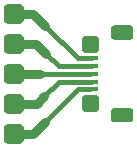
<source format=gbr>
G04 #@! TF.GenerationSoftware,KiCad,Pcbnew,5.0.1*
G04 #@! TF.CreationDate,2018-12-16T15:03:13+01:00*
G04 #@! TF.ProjectId,micro-usb-breakout,6D6963726F2D7573622D627265616B6F,rev?*
G04 #@! TF.SameCoordinates,Original*
G04 #@! TF.FileFunction,Copper,L1,Top,Signal*
G04 #@! TF.FilePolarity,Positive*
%FSLAX46Y46*%
G04 Gerber Fmt 4.6, Leading zero omitted, Abs format (unit mm)*
G04 Created by KiCad (PCBNEW 5.0.1) date Sun 16 Dec 2018 03:03:13 PM CET*
%MOMM*%
%LPD*%
G01*
G04 APERTURE LIST*
G04 #@! TA.AperFunction,Conductor*
%ADD10C,0.100000*%
G04 #@! TD*
G04 #@! TA.AperFunction,ComponentPad*
%ADD11C,1.450000*%
G04 #@! TD*
G04 #@! TA.AperFunction,SMDPad,CuDef*
%ADD12R,1.350000X0.400000*%
G04 #@! TD*
G04 #@! TA.AperFunction,ComponentPad*
%ADD13C,1.200000*%
G04 #@! TD*
G04 #@! TA.AperFunction,ComponentPad*
%ADD14C,1.700000*%
G04 #@! TD*
G04 #@! TA.AperFunction,Conductor*
%ADD15C,0.406400*%
G04 #@! TD*
G04 #@! TA.AperFunction,Conductor*
%ADD16C,0.762000*%
G04 #@! TD*
G04 APERTURE END LIST*
D10*
G04 #@! TO.N,*
G04 #@! TO.C,J1*
G36*
X135524031Y-81088246D02*
X135559220Y-81093465D01*
X135593728Y-81102109D01*
X135627223Y-81114094D01*
X135659381Y-81129304D01*
X135689894Y-81147592D01*
X135718468Y-81168784D01*
X135744826Y-81192674D01*
X135768716Y-81219032D01*
X135789908Y-81247606D01*
X135808196Y-81278119D01*
X135823406Y-81310277D01*
X135835391Y-81343772D01*
X135844035Y-81378280D01*
X135849254Y-81413469D01*
X135851000Y-81449000D01*
X135851000Y-82174000D01*
X135849254Y-82209531D01*
X135844035Y-82244720D01*
X135835391Y-82279228D01*
X135823406Y-82312723D01*
X135808196Y-82344881D01*
X135789908Y-82375394D01*
X135768716Y-82403968D01*
X135744826Y-82430326D01*
X135718468Y-82454216D01*
X135689894Y-82475408D01*
X135659381Y-82493696D01*
X135627223Y-82508906D01*
X135593728Y-82520891D01*
X135559220Y-82529535D01*
X135524031Y-82534754D01*
X135488500Y-82536500D01*
X134763500Y-82536500D01*
X134727969Y-82534754D01*
X134692780Y-82529535D01*
X134658272Y-82520891D01*
X134624777Y-82508906D01*
X134592619Y-82493696D01*
X134562106Y-82475408D01*
X134533532Y-82454216D01*
X134507174Y-82430326D01*
X134483284Y-82403968D01*
X134462092Y-82375394D01*
X134443804Y-82344881D01*
X134428594Y-82312723D01*
X134416609Y-82279228D01*
X134407965Y-82244720D01*
X134402746Y-82209531D01*
X134401000Y-82174000D01*
X134401000Y-81449000D01*
X134402746Y-81413469D01*
X134407965Y-81378280D01*
X134416609Y-81343772D01*
X134428594Y-81310277D01*
X134443804Y-81278119D01*
X134462092Y-81247606D01*
X134483284Y-81219032D01*
X134507174Y-81192674D01*
X134533532Y-81168784D01*
X134562106Y-81147592D01*
X134592619Y-81129304D01*
X134624777Y-81114094D01*
X134658272Y-81102109D01*
X134692780Y-81093465D01*
X134727969Y-81088246D01*
X134763500Y-81086500D01*
X135488500Y-81086500D01*
X135524031Y-81088246D01*
X135524031Y-81088246D01*
G37*
D11*
G04 #@! TD*
G04 #@! TO.P,J1,*
G04 #@! TO.N,*
X135126000Y-81811500D03*
D12*
G04 #@! TO.P,J1,2*
G04 #@! TO.N,Net-(J1-Pad2)*
X135126000Y-79961500D03*
G04 #@! TO.P,J1,1*
G04 #@! TO.N,Net-(J1-Pad1)*
X135126000Y-80611500D03*
G04 #@! TO.P,J1,5*
G04 #@! TO.N,Net-(J1-Pad5)*
X135126000Y-78011500D03*
G04 #@! TO.P,J1,4*
G04 #@! TO.N,Net-(J1-Pad4)*
X135126000Y-78661500D03*
G04 #@! TO.P,J1,3*
G04 #@! TO.N,Net-(J1-Pad3)*
X135126000Y-79311500D03*
D10*
G04 #@! TD*
G04 #@! TO.N,*
G04 #@! TO.C,J1*
G36*
X135524031Y-76088246D02*
X135559220Y-76093465D01*
X135593728Y-76102109D01*
X135627223Y-76114094D01*
X135659381Y-76129304D01*
X135689894Y-76147592D01*
X135718468Y-76168784D01*
X135744826Y-76192674D01*
X135768716Y-76219032D01*
X135789908Y-76247606D01*
X135808196Y-76278119D01*
X135823406Y-76310277D01*
X135835391Y-76343772D01*
X135844035Y-76378280D01*
X135849254Y-76413469D01*
X135851000Y-76449000D01*
X135851000Y-77174000D01*
X135849254Y-77209531D01*
X135844035Y-77244720D01*
X135835391Y-77279228D01*
X135823406Y-77312723D01*
X135808196Y-77344881D01*
X135789908Y-77375394D01*
X135768716Y-77403968D01*
X135744826Y-77430326D01*
X135718468Y-77454216D01*
X135689894Y-77475408D01*
X135659381Y-77493696D01*
X135627223Y-77508906D01*
X135593728Y-77520891D01*
X135559220Y-77529535D01*
X135524031Y-77534754D01*
X135488500Y-77536500D01*
X134763500Y-77536500D01*
X134727969Y-77534754D01*
X134692780Y-77529535D01*
X134658272Y-77520891D01*
X134624777Y-77508906D01*
X134592619Y-77493696D01*
X134562106Y-77475408D01*
X134533532Y-77454216D01*
X134507174Y-77430326D01*
X134483284Y-77403968D01*
X134462092Y-77375394D01*
X134443804Y-77344881D01*
X134428594Y-77312723D01*
X134416609Y-77279228D01*
X134407965Y-77244720D01*
X134402746Y-77209531D01*
X134401000Y-77174000D01*
X134401000Y-76449000D01*
X134402746Y-76413469D01*
X134407965Y-76378280D01*
X134416609Y-76343772D01*
X134428594Y-76310277D01*
X134443804Y-76278119D01*
X134462092Y-76247606D01*
X134483284Y-76219032D01*
X134507174Y-76192674D01*
X134533532Y-76168784D01*
X134562106Y-76147592D01*
X134592619Y-76129304D01*
X134624777Y-76114094D01*
X134658272Y-76102109D01*
X134692780Y-76093465D01*
X134727969Y-76088246D01*
X134763500Y-76086500D01*
X135488500Y-76086500D01*
X135524031Y-76088246D01*
X135524031Y-76088246D01*
G37*
D11*
G04 #@! TO.P,J1,*
G04 #@! TO.N,*
X135126000Y-76811500D03*
D10*
G04 #@! TD*
G04 #@! TO.N,*
G04 #@! TO.C,J1*
G36*
X138505405Y-82212945D02*
X138534527Y-82217264D01*
X138563085Y-82224418D01*
X138590805Y-82234336D01*
X138617419Y-82246924D01*
X138642671Y-82262059D01*
X138666318Y-82279597D01*
X138688132Y-82299368D01*
X138707903Y-82321182D01*
X138725441Y-82344829D01*
X138740576Y-82370081D01*
X138753164Y-82396695D01*
X138763082Y-82424415D01*
X138770236Y-82452973D01*
X138774555Y-82482095D01*
X138776000Y-82511500D01*
X138776000Y-83111500D01*
X138774555Y-83140905D01*
X138770236Y-83170027D01*
X138763082Y-83198585D01*
X138753164Y-83226305D01*
X138740576Y-83252919D01*
X138725441Y-83278171D01*
X138707903Y-83301818D01*
X138688132Y-83323632D01*
X138666318Y-83343403D01*
X138642671Y-83360941D01*
X138617419Y-83376076D01*
X138590805Y-83388664D01*
X138563085Y-83398582D01*
X138534527Y-83405736D01*
X138505405Y-83410055D01*
X138476000Y-83411500D01*
X137176000Y-83411500D01*
X137146595Y-83410055D01*
X137117473Y-83405736D01*
X137088915Y-83398582D01*
X137061195Y-83388664D01*
X137034581Y-83376076D01*
X137009329Y-83360941D01*
X136985682Y-83343403D01*
X136963868Y-83323632D01*
X136944097Y-83301818D01*
X136926559Y-83278171D01*
X136911424Y-83252919D01*
X136898836Y-83226305D01*
X136888918Y-83198585D01*
X136881764Y-83170027D01*
X136877445Y-83140905D01*
X136876000Y-83111500D01*
X136876000Y-82511500D01*
X136877445Y-82482095D01*
X136881764Y-82452973D01*
X136888918Y-82424415D01*
X136898836Y-82396695D01*
X136911424Y-82370081D01*
X136926559Y-82344829D01*
X136944097Y-82321182D01*
X136963868Y-82299368D01*
X136985682Y-82279597D01*
X137009329Y-82262059D01*
X137034581Y-82246924D01*
X137061195Y-82234336D01*
X137088915Y-82224418D01*
X137117473Y-82217264D01*
X137146595Y-82212945D01*
X137176000Y-82211500D01*
X138476000Y-82211500D01*
X138505405Y-82212945D01*
X138505405Y-82212945D01*
G37*
D13*
G04 #@! TO.P,J1,*
G04 #@! TO.N,*
X137826000Y-82811500D03*
D10*
G04 #@! TD*
G04 #@! TO.N,*
G04 #@! TO.C,J1*
G36*
X138505405Y-75212945D02*
X138534527Y-75217264D01*
X138563085Y-75224418D01*
X138590805Y-75234336D01*
X138617419Y-75246924D01*
X138642671Y-75262059D01*
X138666318Y-75279597D01*
X138688132Y-75299368D01*
X138707903Y-75321182D01*
X138725441Y-75344829D01*
X138740576Y-75370081D01*
X138753164Y-75396695D01*
X138763082Y-75424415D01*
X138770236Y-75452973D01*
X138774555Y-75482095D01*
X138776000Y-75511500D01*
X138776000Y-76111500D01*
X138774555Y-76140905D01*
X138770236Y-76170027D01*
X138763082Y-76198585D01*
X138753164Y-76226305D01*
X138740576Y-76252919D01*
X138725441Y-76278171D01*
X138707903Y-76301818D01*
X138688132Y-76323632D01*
X138666318Y-76343403D01*
X138642671Y-76360941D01*
X138617419Y-76376076D01*
X138590805Y-76388664D01*
X138563085Y-76398582D01*
X138534527Y-76405736D01*
X138505405Y-76410055D01*
X138476000Y-76411500D01*
X137176000Y-76411500D01*
X137146595Y-76410055D01*
X137117473Y-76405736D01*
X137088915Y-76398582D01*
X137061195Y-76388664D01*
X137034581Y-76376076D01*
X137009329Y-76360941D01*
X136985682Y-76343403D01*
X136963868Y-76323632D01*
X136944097Y-76301818D01*
X136926559Y-76278171D01*
X136911424Y-76252919D01*
X136898836Y-76226305D01*
X136888918Y-76198585D01*
X136881764Y-76170027D01*
X136877445Y-76140905D01*
X136876000Y-76111500D01*
X136876000Y-75511500D01*
X136877445Y-75482095D01*
X136881764Y-75452973D01*
X136888918Y-75424415D01*
X136898836Y-75396695D01*
X136911424Y-75370081D01*
X136926559Y-75344829D01*
X136944097Y-75321182D01*
X136963868Y-75299368D01*
X136985682Y-75279597D01*
X137009329Y-75262059D01*
X137034581Y-75246924D01*
X137061195Y-75234336D01*
X137088915Y-75224418D01*
X137117473Y-75217264D01*
X137146595Y-75212945D01*
X137176000Y-75211500D01*
X138476000Y-75211500D01*
X138505405Y-75212945D01*
X138505405Y-75212945D01*
G37*
D13*
G04 #@! TO.P,J1,*
G04 #@! TO.N,*
X137826000Y-75811500D03*
G04 #@! TD*
D10*
G04 #@! TO.N,Net-(J1-Pad1)*
G04 #@! TO.C,J2*
G36*
X129117657Y-83543546D02*
X129158913Y-83549666D01*
X129199371Y-83559800D01*
X129238640Y-83573851D01*
X129276344Y-83591683D01*
X129312117Y-83613125D01*
X129345617Y-83637971D01*
X129376520Y-83665980D01*
X129404529Y-83696883D01*
X129429375Y-83730383D01*
X129450817Y-83766156D01*
X129468649Y-83803860D01*
X129482700Y-83843129D01*
X129492834Y-83883587D01*
X129498954Y-83924843D01*
X129501000Y-83966500D01*
X129501000Y-84816500D01*
X129498954Y-84858157D01*
X129492834Y-84899413D01*
X129482700Y-84939871D01*
X129468649Y-84979140D01*
X129450817Y-85016844D01*
X129429375Y-85052617D01*
X129404529Y-85086117D01*
X129376520Y-85117020D01*
X129345617Y-85145029D01*
X129312117Y-85169875D01*
X129276344Y-85191317D01*
X129238640Y-85209149D01*
X129199371Y-85223200D01*
X129158913Y-85233334D01*
X129117657Y-85239454D01*
X129076000Y-85241500D01*
X128226000Y-85241500D01*
X128184343Y-85239454D01*
X128143087Y-85233334D01*
X128102629Y-85223200D01*
X128063360Y-85209149D01*
X128025656Y-85191317D01*
X127989883Y-85169875D01*
X127956383Y-85145029D01*
X127925480Y-85117020D01*
X127897471Y-85086117D01*
X127872625Y-85052617D01*
X127851183Y-85016844D01*
X127833351Y-84979140D01*
X127819300Y-84939871D01*
X127809166Y-84899413D01*
X127803046Y-84858157D01*
X127801000Y-84816500D01*
X127801000Y-83966500D01*
X127803046Y-83924843D01*
X127809166Y-83883587D01*
X127819300Y-83843129D01*
X127833351Y-83803860D01*
X127851183Y-83766156D01*
X127872625Y-83730383D01*
X127897471Y-83696883D01*
X127925480Y-83665980D01*
X127956383Y-83637971D01*
X127989883Y-83613125D01*
X128025656Y-83591683D01*
X128063360Y-83573851D01*
X128102629Y-83559800D01*
X128143087Y-83549666D01*
X128184343Y-83543546D01*
X128226000Y-83541500D01*
X129076000Y-83541500D01*
X129117657Y-83543546D01*
X129117657Y-83543546D01*
G37*
D14*
G04 #@! TD*
G04 #@! TO.P,J2,1*
G04 #@! TO.N,Net-(J1-Pad1)*
X128651000Y-84391500D03*
D10*
G04 #@! TO.N,Net-(J1-Pad2)*
G04 #@! TO.C,J2*
G36*
X129117657Y-81003546D02*
X129158913Y-81009666D01*
X129199371Y-81019800D01*
X129238640Y-81033851D01*
X129276344Y-81051683D01*
X129312117Y-81073125D01*
X129345617Y-81097971D01*
X129376520Y-81125980D01*
X129404529Y-81156883D01*
X129429375Y-81190383D01*
X129450817Y-81226156D01*
X129468649Y-81263860D01*
X129482700Y-81303129D01*
X129492834Y-81343587D01*
X129498954Y-81384843D01*
X129501000Y-81426500D01*
X129501000Y-82276500D01*
X129498954Y-82318157D01*
X129492834Y-82359413D01*
X129482700Y-82399871D01*
X129468649Y-82439140D01*
X129450817Y-82476844D01*
X129429375Y-82512617D01*
X129404529Y-82546117D01*
X129376520Y-82577020D01*
X129345617Y-82605029D01*
X129312117Y-82629875D01*
X129276344Y-82651317D01*
X129238640Y-82669149D01*
X129199371Y-82683200D01*
X129158913Y-82693334D01*
X129117657Y-82699454D01*
X129076000Y-82701500D01*
X128226000Y-82701500D01*
X128184343Y-82699454D01*
X128143087Y-82693334D01*
X128102629Y-82683200D01*
X128063360Y-82669149D01*
X128025656Y-82651317D01*
X127989883Y-82629875D01*
X127956383Y-82605029D01*
X127925480Y-82577020D01*
X127897471Y-82546117D01*
X127872625Y-82512617D01*
X127851183Y-82476844D01*
X127833351Y-82439140D01*
X127819300Y-82399871D01*
X127809166Y-82359413D01*
X127803046Y-82318157D01*
X127801000Y-82276500D01*
X127801000Y-81426500D01*
X127803046Y-81384843D01*
X127809166Y-81343587D01*
X127819300Y-81303129D01*
X127833351Y-81263860D01*
X127851183Y-81226156D01*
X127872625Y-81190383D01*
X127897471Y-81156883D01*
X127925480Y-81125980D01*
X127956383Y-81097971D01*
X127989883Y-81073125D01*
X128025656Y-81051683D01*
X128063360Y-81033851D01*
X128102629Y-81019800D01*
X128143087Y-81009666D01*
X128184343Y-81003546D01*
X128226000Y-81001500D01*
X129076000Y-81001500D01*
X129117657Y-81003546D01*
X129117657Y-81003546D01*
G37*
D14*
G04 #@! TD*
G04 #@! TO.P,J2,2*
G04 #@! TO.N,Net-(J1-Pad2)*
X128651000Y-81851500D03*
D10*
G04 #@! TO.N,Net-(J1-Pad3)*
G04 #@! TO.C,J2*
G36*
X129117657Y-78463546D02*
X129158913Y-78469666D01*
X129199371Y-78479800D01*
X129238640Y-78493851D01*
X129276344Y-78511683D01*
X129312117Y-78533125D01*
X129345617Y-78557971D01*
X129376520Y-78585980D01*
X129404529Y-78616883D01*
X129429375Y-78650383D01*
X129450817Y-78686156D01*
X129468649Y-78723860D01*
X129482700Y-78763129D01*
X129492834Y-78803587D01*
X129498954Y-78844843D01*
X129501000Y-78886500D01*
X129501000Y-79736500D01*
X129498954Y-79778157D01*
X129492834Y-79819413D01*
X129482700Y-79859871D01*
X129468649Y-79899140D01*
X129450817Y-79936844D01*
X129429375Y-79972617D01*
X129404529Y-80006117D01*
X129376520Y-80037020D01*
X129345617Y-80065029D01*
X129312117Y-80089875D01*
X129276344Y-80111317D01*
X129238640Y-80129149D01*
X129199371Y-80143200D01*
X129158913Y-80153334D01*
X129117657Y-80159454D01*
X129076000Y-80161500D01*
X128226000Y-80161500D01*
X128184343Y-80159454D01*
X128143087Y-80153334D01*
X128102629Y-80143200D01*
X128063360Y-80129149D01*
X128025656Y-80111317D01*
X127989883Y-80089875D01*
X127956383Y-80065029D01*
X127925480Y-80037020D01*
X127897471Y-80006117D01*
X127872625Y-79972617D01*
X127851183Y-79936844D01*
X127833351Y-79899140D01*
X127819300Y-79859871D01*
X127809166Y-79819413D01*
X127803046Y-79778157D01*
X127801000Y-79736500D01*
X127801000Y-78886500D01*
X127803046Y-78844843D01*
X127809166Y-78803587D01*
X127819300Y-78763129D01*
X127833351Y-78723860D01*
X127851183Y-78686156D01*
X127872625Y-78650383D01*
X127897471Y-78616883D01*
X127925480Y-78585980D01*
X127956383Y-78557971D01*
X127989883Y-78533125D01*
X128025656Y-78511683D01*
X128063360Y-78493851D01*
X128102629Y-78479800D01*
X128143087Y-78469666D01*
X128184343Y-78463546D01*
X128226000Y-78461500D01*
X129076000Y-78461500D01*
X129117657Y-78463546D01*
X129117657Y-78463546D01*
G37*
D14*
G04 #@! TD*
G04 #@! TO.P,J2,3*
G04 #@! TO.N,Net-(J1-Pad3)*
X128651000Y-79311500D03*
D10*
G04 #@! TO.N,Net-(J1-Pad4)*
G04 #@! TO.C,J2*
G36*
X129117657Y-75923546D02*
X129158913Y-75929666D01*
X129199371Y-75939800D01*
X129238640Y-75953851D01*
X129276344Y-75971683D01*
X129312117Y-75993125D01*
X129345617Y-76017971D01*
X129376520Y-76045980D01*
X129404529Y-76076883D01*
X129429375Y-76110383D01*
X129450817Y-76146156D01*
X129468649Y-76183860D01*
X129482700Y-76223129D01*
X129492834Y-76263587D01*
X129498954Y-76304843D01*
X129501000Y-76346500D01*
X129501000Y-77196500D01*
X129498954Y-77238157D01*
X129492834Y-77279413D01*
X129482700Y-77319871D01*
X129468649Y-77359140D01*
X129450817Y-77396844D01*
X129429375Y-77432617D01*
X129404529Y-77466117D01*
X129376520Y-77497020D01*
X129345617Y-77525029D01*
X129312117Y-77549875D01*
X129276344Y-77571317D01*
X129238640Y-77589149D01*
X129199371Y-77603200D01*
X129158913Y-77613334D01*
X129117657Y-77619454D01*
X129076000Y-77621500D01*
X128226000Y-77621500D01*
X128184343Y-77619454D01*
X128143087Y-77613334D01*
X128102629Y-77603200D01*
X128063360Y-77589149D01*
X128025656Y-77571317D01*
X127989883Y-77549875D01*
X127956383Y-77525029D01*
X127925480Y-77497020D01*
X127897471Y-77466117D01*
X127872625Y-77432617D01*
X127851183Y-77396844D01*
X127833351Y-77359140D01*
X127819300Y-77319871D01*
X127809166Y-77279413D01*
X127803046Y-77238157D01*
X127801000Y-77196500D01*
X127801000Y-76346500D01*
X127803046Y-76304843D01*
X127809166Y-76263587D01*
X127819300Y-76223129D01*
X127833351Y-76183860D01*
X127851183Y-76146156D01*
X127872625Y-76110383D01*
X127897471Y-76076883D01*
X127925480Y-76045980D01*
X127956383Y-76017971D01*
X127989883Y-75993125D01*
X128025656Y-75971683D01*
X128063360Y-75953851D01*
X128102629Y-75939800D01*
X128143087Y-75929666D01*
X128184343Y-75923546D01*
X128226000Y-75921500D01*
X129076000Y-75921500D01*
X129117657Y-75923546D01*
X129117657Y-75923546D01*
G37*
D14*
G04 #@! TD*
G04 #@! TO.P,J2,4*
G04 #@! TO.N,Net-(J1-Pad4)*
X128651000Y-76771500D03*
D10*
G04 #@! TO.N,Net-(J1-Pad5)*
G04 #@! TO.C,J2*
G36*
X129117657Y-73383546D02*
X129158913Y-73389666D01*
X129199371Y-73399800D01*
X129238640Y-73413851D01*
X129276344Y-73431683D01*
X129312117Y-73453125D01*
X129345617Y-73477971D01*
X129376520Y-73505980D01*
X129404529Y-73536883D01*
X129429375Y-73570383D01*
X129450817Y-73606156D01*
X129468649Y-73643860D01*
X129482700Y-73683129D01*
X129492834Y-73723587D01*
X129498954Y-73764843D01*
X129501000Y-73806500D01*
X129501000Y-74656500D01*
X129498954Y-74698157D01*
X129492834Y-74739413D01*
X129482700Y-74779871D01*
X129468649Y-74819140D01*
X129450817Y-74856844D01*
X129429375Y-74892617D01*
X129404529Y-74926117D01*
X129376520Y-74957020D01*
X129345617Y-74985029D01*
X129312117Y-75009875D01*
X129276344Y-75031317D01*
X129238640Y-75049149D01*
X129199371Y-75063200D01*
X129158913Y-75073334D01*
X129117657Y-75079454D01*
X129076000Y-75081500D01*
X128226000Y-75081500D01*
X128184343Y-75079454D01*
X128143087Y-75073334D01*
X128102629Y-75063200D01*
X128063360Y-75049149D01*
X128025656Y-75031317D01*
X127989883Y-75009875D01*
X127956383Y-74985029D01*
X127925480Y-74957020D01*
X127897471Y-74926117D01*
X127872625Y-74892617D01*
X127851183Y-74856844D01*
X127833351Y-74819140D01*
X127819300Y-74779871D01*
X127809166Y-74739413D01*
X127803046Y-74698157D01*
X127801000Y-74656500D01*
X127801000Y-73806500D01*
X127803046Y-73764843D01*
X127809166Y-73723587D01*
X127819300Y-73683129D01*
X127833351Y-73643860D01*
X127851183Y-73606156D01*
X127872625Y-73570383D01*
X127897471Y-73536883D01*
X127925480Y-73505980D01*
X127956383Y-73477971D01*
X127989883Y-73453125D01*
X128025656Y-73431683D01*
X128063360Y-73413851D01*
X128102629Y-73399800D01*
X128143087Y-73389666D01*
X128184343Y-73383546D01*
X128226000Y-73381500D01*
X129076000Y-73381500D01*
X129117657Y-73383546D01*
X129117657Y-73383546D01*
G37*
D14*
G04 #@! TD*
G04 #@! TO.P,J2,5*
G04 #@! TO.N,Net-(J1-Pad5)*
X128651000Y-74231500D03*
D15*
G04 #@! TO.N,Net-(J1-Pad2)*
X133335000Y-79961500D02*
X135138500Y-79961500D01*
X132484100Y-79961500D02*
X135126000Y-79961500D01*
D16*
X130594100Y-81851500D02*
X131216400Y-81229200D01*
X128651000Y-81851500D02*
X130594100Y-81851500D01*
D15*
X131216400Y-81229200D02*
X132484100Y-79961500D01*
D16*
G04 #@! TO.N,Net-(J1-Pad1)*
X128651000Y-84391500D02*
X130263000Y-84391500D01*
X130263000Y-84391500D02*
X131254050Y-83400450D01*
D15*
X134043000Y-80611500D02*
X135126000Y-80611500D01*
X131254050Y-83400450D02*
X134043000Y-80611500D01*
G04 #@! TO.N,Net-(J1-Pad5)*
X135138500Y-78011500D02*
X134336000Y-78011500D01*
D16*
X128651000Y-74231500D02*
X130263000Y-74231500D01*
X130263000Y-74231500D02*
X131317550Y-75286050D01*
D15*
X134043000Y-78011500D02*
X135126000Y-78011500D01*
X131317550Y-75286050D02*
X134043000Y-78011500D01*
D16*
G04 #@! TO.N,Net-(J1-Pad4)*
X128651000Y-76771500D02*
X130454400Y-76771500D01*
D15*
X130467100Y-76758800D02*
X130454400Y-76771500D01*
X135138500Y-78661500D02*
X132437900Y-78661500D01*
X132437900Y-78661500D02*
X132435600Y-78663800D01*
D16*
X130530600Y-76758800D02*
X131368800Y-77597000D01*
X130467100Y-76758800D02*
X130530600Y-76758800D01*
D15*
X132435600Y-78663800D02*
X131368800Y-77597000D01*
D16*
G04 #@! TO.N,Net-(J1-Pad3)*
X128651000Y-79311500D02*
X130860800Y-79311500D01*
D15*
X130860800Y-79311500D02*
X135126000Y-79311500D01*
G04 #@! TD*
M02*

</source>
